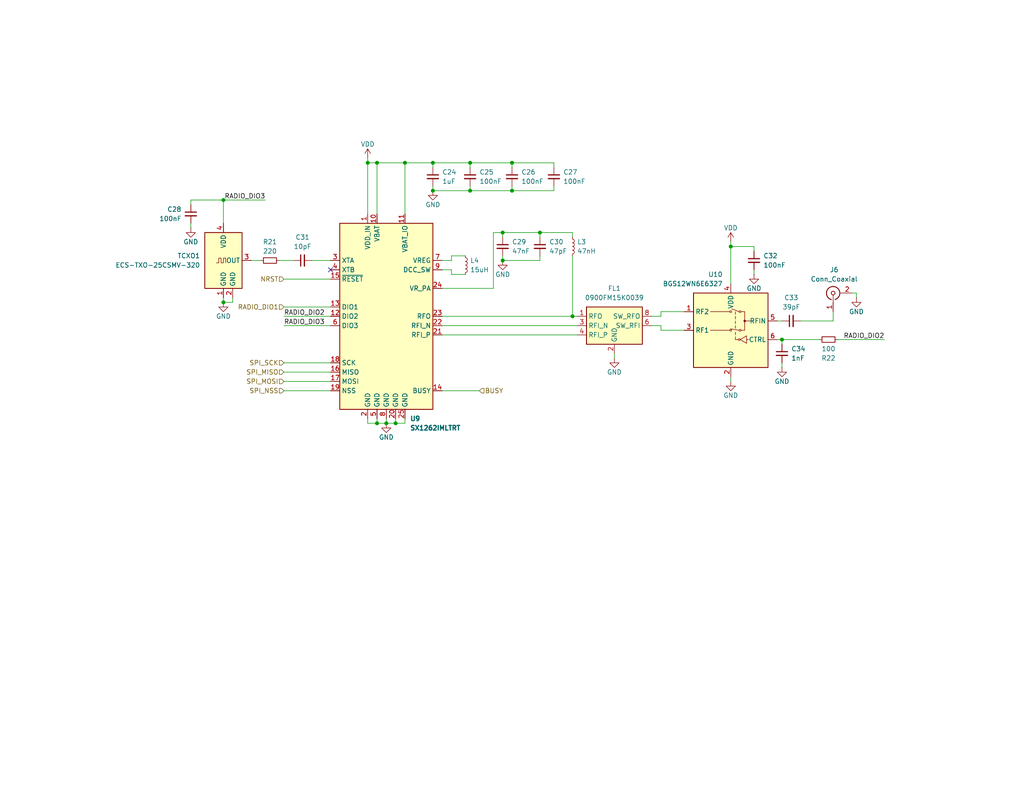
<source format=kicad_sch>
(kicad_sch (version 20231120) (generator "eeschema") (generator_version "8.0")
  (paper "USLetter")
  (title_block (date "2024-09-06"))
  (lib_symbols
    (symbol "BPP_Lib:ECS-TXO-25CSMV-320"
      (property "Reference" "REF" (at 0 25.4 0))
      (property "Value" "ECS-TXO-25CSMV-320" (at 1.016 21.59 0))
      (symbol "ECS-TXO-25CSMV-320_0_1"
        (rectangle (start -5.08 7.62) (end 5.08 -7.62) (stroke (width 0.254)) (fill (type background)))
        (polyline (pts (xy -1.905 -0.635) (xy -1.27 -0.635) (xy -1.27 0.635) (xy -0.635 0.635) (xy -0.635 -0.635) (xy 0 -0.635) (xy 0 0.635) (xy 0.635 0.635) (xy 0.635 -0.635)))
      )
      (symbol "ECS-TXO-25CSMV-320_1_1"
        (pin unspecified line (at 0 -10.16 90) (length 2.54) (name "GND") (number "1"))
        (pin unspecified line (at 2.54 -10.16 90) (length 2.54) (name "GND") (number "2"))
        (pin output line (at 7.62 0 180) (length 2.54) (name "OUT") (number "3"))
        (pin power_in line (at 0 10.16 270) (length 2.54) (name "VDD") (number "4"))
      )
    )
    (symbol "Connector:Conn_Coaxial" (pin_names (offset 1.016) hide)
      (property "Reference" "J" (at 0.254 3.048 0))
      (property "Value" "Conn_Coaxial" (at 2.921 0 90))
      (symbol "Conn_Coaxial_0_1"
        (arc (start -1.778 -0.508) (mid 0.2311 -1.8066) (end 1.778 0) (stroke (width 0.254)))
        (polyline (pts (xy -2.54 0) (xy -0.508 0)))
        (polyline (pts (xy 0 -2.54) (xy 0 -1.778)))
        (circle (center 0 0) (radius 0.508) (stroke (width 0.2032)))
        (arc (start 1.778 0) (mid 0.2099 1.8101) (end -1.778 0.508) (stroke (width 0.254)))
      )
      (symbol "Conn_Coaxial_1_1"
        (pin passive line (at -5.08 0 0) (length 2.54) (name "In") (number "1"))
        (pin passive line (at 0 -5.08 90) (length 2.54) (name "Ext") (number "2"))
      )
    )
    (symbol "Device:C_Small" (pin_numbers hide) (pin_names (offset 0.254) hide)
      (property "Reference" "C" (at 0.254 1.778 0))
      (property "Value" "C_Small" (at 0.254 -2.032 0))
      (symbol "C_Small_0_1"
        (polyline (pts (xy -1.524 -0.508) (xy 1.524 -0.508)) (stroke (width 0.3302)))
        (polyline (pts (xy -1.524 0.508) (xy 1.524 0.508)) (stroke (width 0.3048)))
      )
      (symbol "C_Small_1_1"
        (pin passive line (at 0 2.54 270) (length 2.032) (name "~") (number "1"))
        (pin passive line (at 0 -2.54 90) (length 2.032) (name "~") (number "2"))
      )
    )
    (symbol "Device:L_Small" (pin_numbers hide) (pin_names (offset 0.254) hide)
      (property "Reference" "L" (at 0.762 1.016 0))
      (property "Value" "L_Small" (at 0.762 -1.016 0))
      (symbol "L_Small_0_1"
        (arc (start 0 -2.032) (mid 0.5058 -1.524) (end 0 -1.016))
        (arc (start 0 -1.016) (mid 0.5058 -0.508) (end 0 0))
        (arc (start 0 0) (mid 0.5058 0.508) (end 0 1.016))
        (arc (start 0 1.016) (mid 0.5058 1.524) (end 0 2.032))
      )
      (symbol "L_Small_1_1"
        (pin passive line (at 0 2.54 270) (length 0.508) (name "~") (number "1"))
        (pin passive line (at 0 -2.54 90) (length 0.508) (name "~") (number "2"))
      )
    )
    (symbol "Device:R_Small" (pin_numbers hide) (pin_names (offset 0.254) hide)
      (property "Reference" "R" (at 0.762 0.508 0))
      (property "Value" "R_Small" (at 0.762 -1.016 0))
      (symbol "R_Small_0_1"
        (rectangle (start -0.762 1.778) (end 0.762 -1.778) (stroke (width 0.2032)))
      )
      (symbol "R_Small_1_1"
        (pin passive line (at 0 2.54 270) (length 0.762) (name "~") (number "1"))
        (pin passive line (at 0 -2.54 90) (length 0.762) (name "~") (number "2"))
      )
    )
    (symbol "Filter:0900FM15K0039"
      (property "Reference" "FL" (at -6.35 -6.35 0))
      (property "Value" "0900FM15K0039" (at 0 6.35 0))
      (symbol "0900FM15K0039_0_0"
        (pin passive line (at -10.16 2.54 0) (length 2.54) (name "RFO") (number "1"))
        (pin passive line (at 0 -7.62 90) (length 2.54) hide (name "GND") (number "10"))
        (pin power_in line (at 0 -7.62 90) (length 2.54) (name "GND") (number "2"))
        (pin passive line (at -10.16 0 0) (length 2.54) (name "RFI_N") (number "3"))
        (pin passive line (at -10.16 -2.54 0) (length 2.54) (name "RFI_P") (number "4"))
        (pin passive line (at 0 -7.62 90) (length 2.54) hide (name "GND") (number "5"))
        (pin passive line (at 10.16 0 180) (length 2.54) (name "SW_RFI") (number "6"))
        (pin passive line (at 0 -7.62 90) (length 2.54) hide (name "GND") (number "7"))
        (pin passive line (at 10.16 2.54 180) (length 2.54) (name "SW_RFO") (number "8"))
        (pin passive line (at 0 -7.62 90) (length 2.54) hide (name "GND") (number "9"))
      )
      (symbol "0900FM15K0039_0_1"
        (rectangle (start -7.62 5.08) (end 7.62 -5.08) (stroke (width 0.254)) (fill (type background)))
      )
    )
    (symbol "RF:SX1262IMLTRT"
      (property "Reference" "U9" (at 2.1941 -27.94 0))
      (property "Value" "SX1262IMLTRT" (at 2.1941 -30.48 0))
      (symbol "SX1262IMLTRT_0_1"
        (rectangle (start -12.7 25.4) (end 12.7 -25.4) (stroke (width 0.254)) (fill (type background)))
      )
      (symbol "SX1262IMLTRT_1_1"
        (pin power_in line (at -5.08 27.94 270) (length 2.54) (name "VDD_IN") (number "1"))
        (pin power_in line (at -2.54 27.94 270) (length 2.54) (name "VBAT") (number "10"))
        (pin power_in line (at 5.08 27.94 270) (length 2.54) (name "VBAT_IO") (number "11"))
        (pin bidirectional line (at -15.24 0 0) (length 2.54) (name "DIO2") (number "12"))
        (pin bidirectional line (at -15.24 2.54 0) (length 2.54) (name "DIO1") (number "13"))
        (pin output line (at 15.24 -20.32 180) (length 2.54) (name "BUSY") (number "14"))
        (pin input line (at -15.24 10.16 0) (length 2.54) (name "~{RESET}") (number "15"))
        (pin tri_state line (at -15.24 -15.24 0) (length 2.54) (name "MISO") (number "16"))
        (pin input line (at -15.24 -17.78 0) (length 2.54) (name "MOSI") (number "17"))
        (pin input line (at -15.24 -12.7 0) (length 2.54) (name "SCK") (number "18"))
        (pin input line (at -15.24 -20.32 0) (length 2.54) (name "NSS") (number "19"))
        (pin power_in line (at -5.08 -27.94 90) (length 2.54) (name "GND") (number "2"))
        (pin passive line (at 2.54 -27.94 90) (length 2.54) (name "GND") (number "20"))
        (pin input line (at 15.24 -5.08 180) (length 2.54) (name "RFI_P") (number "21"))
        (pin input line (at 15.24 -2.54 180) (length 2.54) (name "RFI_N") (number "22"))
        (pin output line (at 15.24 0 180) (length 2.54) (name "RFO") (number "23"))
        (pin power_out line (at 15.24 7.62 180) (length 2.54) (name "VR_PA") (number "24"))
        (pin passive line (at 5.08 -27.94 90) (length 2.54) (name "GND") (number "25"))
        (pin bidirectional line (at -15.24 15.24 0) (length 2.54) (name "XTA") (number "3"))
        (pin bidirectional line (at -15.24 12.7 0) (length 2.54) (name "XTB") (number "4"))
        (pin passive line (at -2.54 -27.94 90) (length 2.54) (name "GND") (number "5"))
        (pin bidirectional line (at -15.24 -2.54 0) (length 2.54) (name "DIO3") (number "6"))
        (pin power_out line (at 15.24 15.24 180) (length 2.54) (name "VREG") (number "7"))
        (pin passive line (at 0 -27.94 90) (length 2.54) (name "GND") (number "8"))
        (pin power_out line (at 15.24 12.7 180) (length 2.54) (name "DCC_SW") (number "9"))
      )
    )
    (symbol "RF_Switch:BGS12WN6E6327"
      (property "Reference" "U" (at -10.16 11.43 0))
      (property "Value" "BGS12WN6E6327" (at 1.27 11.43 0))
      (symbol "BGS12WN6E6327_0_0"
        (rectangle (start -10.16 10.16) (end 10.16 -10.16) (stroke (width 0.254)) (fill (type background)))
        (circle (center -3.81 2.54) (radius 0.254) (fill (type outline)))
        (circle (center -2.286 -2.54) (radius 0.254))
        (polyline (pts (xy -4.318 -2.54) (xy -4.826 -2.54)))
        (polyline (pts (xy -3.81 2.54) (xy -5.588 2.54)))
        (polyline (pts (xy -1.27 -2.54) (xy -2.032 -2.54)))
        (polyline (pts (xy -1.27 -2.54) (xy -1.27 -1.778)))
        (polyline (pts (xy -1.27 -1.27) (xy -1.27 -0.508)))
        (polyline (pts (xy -1.27 1.27) (xy -1.27 0.508)))
        (polyline (pts (xy -1.27 2.54) (xy -1.27 1.778)))
        (polyline (pts (xy -1.27 3.81) (xy -1.27 3.048)))
        (polyline (pts (xy -1.27 5.08) (xy -1.27 4.318)))
        (polyline (pts (xy 0.254 0) (xy 5.588 0)))
        (polyline (pts (xy 0.254 5.08) (xy 5.588 5.08)))
        (polyline (pts (xy -4.318 -1.524) (xy -4.318 -3.556) (xy -2.54 -2.54) (xy -4.318 -1.524)))
        (polyline (pts (xy -2.794 0) (xy -3.81 0) (xy -3.81 5.08) (xy -2.794 5.08)))
      )
      (symbol "BGS12WN6E6327_0_1"
        (circle (center -2.54 0) (radius 0.254))
        (circle (center -2.54 5.08) (radius 0.254))
        (polyline (pts (xy -2.286 0) (xy 0.127 0.381)))
        (polyline (pts (xy -2.286 5.08) (xy -0.254 5.842)))
        (circle (center 0 0) (radius 0.254))
        (circle (center 0 5.08) (radius 0.254))
      )
      (symbol "BGS12WN6E6327_1_1"
        (pin passive line (at 12.7 5.08 180) (length 2.54) (name "RF2") (number "1"))
        (pin power_in line (at 0 -12.7 90) (length 2.54) (name "GND") (number "2"))
        (pin passive line (at 12.7 0 180) (length 2.54) (name "RF1") (number "3"))
        (pin power_in line (at 0 12.7 270) (length 2.54) (name "VDD") (number "4"))
        (pin passive line (at -12.7 2.54 0) (length 2.54) (name "RFIN") (number "5"))
        (pin input line (at -12.7 -2.54 0) (length 2.54) (name "CTRL") (number "6"))
      )
    )
    (symbol "power:GND" (power) (pin_numbers hide) (pin_names (offset 0) hide)
      (property "Value" "GND" (at 0 -3.81 0))
      (symbol "GND_0_1"
        (polyline (pts (xy 0 0) (xy 0 -1.27) (xy 1.27 -1.27) (xy 0 -2.54) (xy -1.27 -1.27) (xy 0 -1.27)))
      )
      (symbol "GND_1_1"
        (pin power_in line (at 0 0 270) (length 0) (name "~") (number "1"))
      )
    )
    (symbol "power:VDD" (power) (pin_numbers hide) (pin_names (offset 0) hide)
      (property "Value" "VDD" (at 0 3.556 0))
      (symbol "VDD_0_1"
        (polyline (pts (xy -0.762 1.27) (xy 0 2.54)))
        (polyline (pts (xy 0 0) (xy 0 2.54)))
        (polyline (pts (xy 0 2.54) (xy 0.762 1.27)))
      )
      (symbol "VDD_1_1"
        (pin power_in line (at 0 0 90) (length 0) (name "~") (number "1"))
      )
    )
  )
  (junction (at 156.21 86.36))
  (junction (at 139.7 44.45))
  (junction (at 100.33 44.45))
  (junction (at 118.11 44.45))
  (junction (at 107.95 115.57))
  (junction (at 102.87 44.45))
  (junction (at 137.16 71.12))
  (junction (at 199.39 67.31))
  (junction (at 60.96 54.61))
  (junction (at 102.87 115.57))
  (junction (at 105.41 115.57))
  (junction (at 60.96 82.55))
  (junction (at 213.36 92.71))
  (junction (at 139.7 52.07))
  (junction (at 128.27 52.07))
  (junction (at 110.49 44.45))
  (junction (at 147.32 63.5))
  (junction (at 137.16 63.5))
  (junction (at 128.27 44.45))
  (junction (at 118.11 52.07))
  (no_connect (at 90.17 73.66))
  (wire (pts (xy 120.65 106.68) (xy 130.81 106.68)))
  (wire (pts (xy 128.27 44.45) (xy 118.11 44.45)))
  (wire (pts (xy 213.36 93.98) (xy 213.36 92.71)))
  (wire (pts (xy 199.39 67.31) (xy 205.74 67.31)))
  (wire (pts (xy 180.34 88.9) (xy 180.34 90.17)))
  (wire (pts (xy 134.62 63.5) (xy 137.16 63.5)))
  (wire (pts (xy 85.09 71.12) (xy 90.17 71.12)))
  (wire (pts (xy 60.96 82.55) (xy 63.5 82.55)))
  (wire (pts (xy 186.69 85.09) (xy 180.34 85.09)))
  (wire (pts (xy 177.8 88.9) (xy 180.34 88.9)))
  (wire (pts (xy 118.11 52.07) (xy 128.27 52.07)))
  (wire (pts (xy 123.19 74.93) (xy 123.19 73.66)))
  (wire (pts (xy 52.07 60.96) (xy 52.07 62.23)))
  (wire (pts (xy 60.96 81.28) (xy 60.96 82.55)))
  (wire (pts (xy 100.33 114.3) (xy 100.33 115.57)))
  (wire (pts (xy 232.41 80.01) (xy 233.68 80.01)))
  (wire (pts (xy 212.09 87.63) (xy 213.36 87.63)))
  (wire (pts (xy 147.32 63.5) (xy 147.32 64.77)))
  (wire (pts (xy 156.21 69.85) (xy 156.21 86.36)))
  (wire (pts (xy 128.27 52.07) (xy 139.7 52.07)))
  (wire (pts (xy 77.47 86.36) (xy 90.17 86.36)))
  (wire (pts (xy 77.47 83.82) (xy 90.17 83.82)))
  (wire (pts (xy 118.11 45.72) (xy 118.11 44.45)))
  (wire (pts (xy 137.16 69.85) (xy 137.16 71.12)))
  (wire (pts (xy 60.96 54.61) (xy 72.39 54.61)))
  (wire (pts (xy 137.16 63.5) (xy 137.16 64.77)))
  (wire (pts (xy 180.34 86.36) (xy 180.34 85.09)))
  (wire (pts (xy 127 74.93) (xy 123.19 74.93)))
  (wire (pts (xy 120.65 88.9) (xy 157.48 88.9)))
  (wire (pts (xy 120.65 91.44) (xy 157.48 91.44)))
  (wire (pts (xy 233.68 80.01) (xy 233.68 81.28)))
  (wire (pts (xy 102.87 115.57) (xy 105.41 115.57)))
  (wire (pts (xy 205.74 73.66) (xy 205.74 74.93)))
  (wire (pts (xy 139.7 52.07) (xy 151.13 52.07)))
  (wire (pts (xy 147.32 71.12) (xy 137.16 71.12)))
  (wire (pts (xy 102.87 44.45) (xy 102.87 58.42)))
  (wire (pts (xy 180.34 90.17) (xy 186.69 90.17)))
  (wire (pts (xy 199.39 102.87) (xy 199.39 104.14)))
  (wire (pts (xy 205.74 68.58) (xy 205.74 67.31)))
  (wire (pts (xy 100.33 115.57) (xy 102.87 115.57)))
  (wire (pts (xy 105.41 114.3) (xy 105.41 115.57)))
  (wire (pts (xy 127 69.85) (xy 123.19 69.85)))
  (wire (pts (xy 102.87 114.3) (xy 102.87 115.57)))
  (wire (pts (xy 199.39 67.31) (xy 199.39 77.47)))
  (wire (pts (xy 123.19 71.12) (xy 120.65 71.12)))
  (wire (pts (xy 228.6 92.71) (xy 241.3 92.71)))
  (wire (pts (xy 60.96 54.61) (xy 52.07 54.61)))
  (wire (pts (xy 199.39 66.04) (xy 199.39 67.31)))
  (wire (pts (xy 63.5 82.55) (xy 63.5 81.28)))
  (wire (pts (xy 77.47 106.68) (xy 90.17 106.68)))
  (wire (pts (xy 120.65 86.36) (xy 156.21 86.36)))
  (wire (pts (xy 100.33 43.18) (xy 100.33 44.45)))
  (wire (pts (xy 213.36 92.71) (xy 212.09 92.71)))
  (wire (pts (xy 100.33 44.45) (xy 100.33 58.42)))
  (wire (pts (xy 128.27 44.45) (xy 128.27 45.72)))
  (wire (pts (xy 134.62 63.5) (xy 134.62 78.74)))
  (wire (pts (xy 147.32 63.5) (xy 156.21 63.5)))
  (wire (pts (xy 52.07 54.61) (xy 52.07 55.88)))
  (wire (pts (xy 110.49 44.45) (xy 110.49 58.42)))
  (wire (pts (xy 77.47 76.2) (xy 90.17 76.2)))
  (wire (pts (xy 137.16 63.5) (xy 147.32 63.5)))
  (wire (pts (xy 68.58 71.12) (xy 71.12 71.12)))
  (wire (pts (xy 60.96 60.96) (xy 60.96 54.61)))
  (wire (pts (xy 77.47 101.6) (xy 90.17 101.6)))
  (wire (pts (xy 110.49 115.57) (xy 107.95 115.57)))
  (wire (pts (xy 77.47 88.9) (xy 90.17 88.9)))
  (wire (pts (xy 120.65 73.66) (xy 123.19 73.66)))
  (wire (pts (xy 139.7 44.45) (xy 128.27 44.45)))
  (wire (pts (xy 151.13 44.45) (xy 139.7 44.45)))
  (wire (pts (xy 110.49 44.45) (xy 118.11 44.45)))
  (wire (pts (xy 218.44 87.63) (xy 227.33 87.63)))
  (wire (pts (xy 139.7 52.07) (xy 139.7 50.8)))
  (wire (pts (xy 77.47 104.14) (xy 90.17 104.14)))
  (wire (pts (xy 167.64 96.52) (xy 167.64 97.79)))
  (wire (pts (xy 151.13 45.72) (xy 151.13 44.45)))
  (wire (pts (xy 107.95 115.57) (xy 105.41 115.57)))
  (wire (pts (xy 227.33 87.63) (xy 227.33 85.09)))
  (wire (pts (xy 118.11 50.8) (xy 118.11 52.07)))
  (wire (pts (xy 100.33 44.45) (xy 102.87 44.45)))
  (wire (pts (xy 110.49 114.3) (xy 110.49 115.57)))
  (wire (pts (xy 102.87 44.45) (xy 110.49 44.45)))
  (wire (pts (xy 134.62 78.74) (xy 120.65 78.74)))
  (wire (pts (xy 123.19 69.85) (xy 123.19 71.12)))
  (wire (pts (xy 128.27 52.07) (xy 128.27 50.8)))
  (wire (pts (xy 139.7 44.45) (xy 139.7 45.72)))
  (wire (pts (xy 177.8 86.36) (xy 180.34 86.36)))
  (wire (pts (xy 151.13 52.07) (xy 151.13 50.8)))
  (wire (pts (xy 107.95 114.3) (xy 107.95 115.57)))
  (wire (pts (xy 147.32 69.85) (xy 147.32 71.12)))
  (wire (pts (xy 156.21 63.5) (xy 156.21 64.77)))
  (wire (pts (xy 213.36 92.71) (xy 223.52 92.71)))
  (wire (pts (xy 77.47 99.06) (xy 90.17 99.06)))
  (wire (pts (xy 213.36 100.33) (xy 213.36 99.06)))
  (wire (pts (xy 76.2 71.12) (xy 80.01 71.12)))
  (wire (pts (xy 156.21 86.36) (xy 157.48 86.36)))
  (label "RADIO_DIO3" (at 72.39 54.61 180))
  (label "RADIO_DIO2" (at 77.47 86.36 0))
  (label "RADIO_DIO3" (at 77.47 88.9 0))
  (label "RADIO_DIO2" (at 241.3 92.71 180))
  (hierarchical_label "SPI_NSS" (shape input) (at 77.47 106.68 180))
  (hierarchical_label "NRST" (shape input) (at 77.47 76.2 180))
  (hierarchical_label "SPI_SCK" (shape input) (at 77.47 99.06 180))
  (hierarchical_label "BUSY" (shape input) (at 130.81 106.68 0))
  (hierarchical_label "SPI_MOSI" (shape input) (at 77.47 104.14 180))
  (hierarchical_label "SPI_MISO" (shape input) (at 77.47 101.6 180))
  (hierarchical_label "RADIO_DIO1" (shape input) (at 77.47 83.82 180))
  (symbol (lib_id "power:VDD") (at 199.39 66.04 0) (unit 1)
    (property "Reference" "#PWR057" (effects (hide yes)))
    (property "Value" "VDD" (at 199.39 62.23 0))
    (property "Description" "Power symbol creates a global label with name \"VDD\"" (effects (hide yes)))
  )
  (symbol (lib_id "power:GND") (at 233.68 81.28 0) (unit 1)
    (property "Reference" "#PWR060" (effects (hide yes)))
    (property "Value" "GND" (at 233.68 85.09 0))
    (property "Description" "Power symbol creates a global label with name \"GND\" , ground" (effects (hide yes)))
  )
  (symbol (lib_id "power:GND") (at 60.96 82.55 0) (unit 1)
    (property "Reference" "#PWR061" (effects (hide yes)))
    (property "Value" "GND" (at 60.96 86.36 0))
    (property "Description" "Power symbol creates a global label with name \"GND\" , ground" (effects (hide yes)))
  )
  (symbol (lib_id "power:GND") (at 213.36 100.33 0) (unit 1)
    (property "Reference" "#PWR063" (effects (hide yes)))
    (property "Value" "GND" (at 213.36 104.14 0))
    (property "Description" "Power symbol creates a global label with name \"GND\" , ground" (effects (hide yes)))
  )
  (symbol (lib_id "Device:C_Small") (at 118.11 48.26 0) (unit 1)
    (property "Reference" "C24" (at 120.65 46.9962 0) (effects (justify left)))
    (property "Value" "1uF" (at 120.65 49.5362 0) (effects (justify left)))
    (property "Footprint" "Capacitor_SMD:C_0603_1608Metric" (effects (hide yes)))
    (property "Description" "Unpolarized capacitor, small symbol" (effects (hide yes)))
  )
  (symbol (lib_id "Device:C_Small") (at 213.36 96.52 0) (unit 1)
    (property "Reference" "C34" (at 215.9 95.2562 0) (effects (justify left)))
    (property "Value" "1nF" (at 215.9 97.7962 0) (effects (justify left)))
    (property "Footprint" "Capacitor_SMD:C_0402_1005Metric" (effects (hide yes)))
    (property "Description" "Unpolarized capacitor, small symbol" (effects (hide yes)))
  )
  (symbol (lib_id "RF:SX1262IMLTRT") (at 105.41 86.36 0) (unit 1)
    (property "Reference" "U9" (at 111.76 114.3 0) (effects (font (bold yes)) (justify left)))
    (property "Value" "SX1262IMLTRT" (at 111.76 116.84 0) (effects (font (bold yes)) (justify left)))
    (property "Footprint" "Package_DFN_QFN:QFN-24-1EP_4x4mm_P0.5mm_EP2.6x2.6mm" (effects (hide yes)))
    (property "Datasheet" "https://semtech.file.force.com/sfc/dist/version/download/?oid=00DE0000000JelG&ids=0682R00000IjPWSQA3&d=%2Fa%2F2R000000Un7F%2FyT.fKdAr9ZAo3cJLc4F2cBdUsMftpT2vsOICP7NmvMo" (effects (hide yes)))
    (property "Description" "150 MHz to 960 MHz Low Power Long Range Transceiver, 22dBm output power, spreading factor from 5 to 12, LoRA, QFN-24" (effects (hide yes)))
  )
  (symbol (lib_id "Device:C_Small") (at 151.13 48.26 0) (unit 1)
    (property "Reference" "C27" (at 153.67 46.9962 0) (effects (justify left)))
    (property "Value" "100nF" (at 153.67 49.5362 0) (effects (justify left)))
    (property "Footprint" "Capacitor_SMD:C_0402_1005Metric" (effects (hide yes)))
    (property "Description" "Unpolarized capacitor, small symbol" (effects (hide yes)))
  )
  (symbol (lib_id "power:GND") (at 167.64 97.79 0) (unit 1)
    (property "Reference" "#PWR062" (effects (hide yes)))
    (property "Value" "GND" (at 167.64 101.6 0))
    (property "Description" "Power symbol creates a global label with name \"GND\" , ground" (effects (hide yes)))
  )
  (symbol (lib_id "Device:C_Small") (at 52.07 58.42 0) (unit 1)
    (property "Reference" "C28" (at 49.53 57.1562 0) (effects (justify right)))
    (property "Value" "100nF" (at 49.53 59.6962 0) (effects (justify right)))
    (property "Footprint" "Capacitor_SMD:C_0402_1005Metric" (effects (hide yes)))
    (property "Description" "Unpolarized capacitor, small symbol" (effects (hide yes)))
  )
  (symbol (lib_id "Device:C_Small") (at 215.9 87.63 90) (unit 1)
    (property "Reference" "C33" (at 215.9063 81.28 90))
    (property "Value" "39pF" (at 215.9063 83.82 90))
    (property "Footprint" "Capacitor_SMD:C_0402_1005Metric" (effects (hide yes)))
    (property "Description" "Unpolarized capacitor, small symbol" (effects (hide yes)))
  )
  (symbol (lib_id "Device:R_Small") (at 73.66 71.12 90) (unit 1)
    (property "Reference" "R21" (at 73.66 66.04 90))
    (property "Value" "220" (at 73.66 68.58 90))
    (property "Footprint" "Resistor_SMD:R_0402_1005Metric" (effects (hide yes)))
    (property "Description" "Resistor, small symbol" (effects (hide yes)))
  )
  (symbol (lib_id "Device:C_Small") (at 139.7 48.26 0) (unit 1)
    (property "Reference" "C26" (at 142.24 46.9962 0) (effects (justify left)))
    (property "Value" "100nF" (at 142.24 49.5362 0) (effects (justify left)))
    (property "Footprint" "Capacitor_SMD:C_0402_1005Metric" (effects (hide yes)))
    (property "Description" "Unpolarized capacitor, small symbol" (effects (hide yes)))
  )
  (symbol (lib_id "Device:C_Small") (at 147.32 67.31 0) (unit 1)
    (property "Reference" "C30" (at 149.86 66.0462 0) (effects (justify left)))
    (property "Value" "47pF" (at 149.86 68.5862 0) (effects (justify left)))
    (property "Footprint" "Capacitor_SMD:C_0402_1005Metric" (effects (hide yes)))
    (property "Description" "Unpolarized capacitor, small symbol" (effects (hide yes)))
  )
  (symbol (lib_id "power:VDD") (at 100.33 43.18 0) (unit 1)
    (property "Reference" "#PWR054" (effects (hide yes)))
    (property "Value" "VDD" (at 100.33 39.37 0))
    (property "Description" "Power symbol creates a global label with name \"VDD\"" (effects (hide yes)))
  )
  (symbol (lib_id "Device:C_Small") (at 205.74 71.12 0) (unit 1)
    (property "Reference" "C32" (at 208.28 69.8562 0) (effects (justify left)))
    (property "Value" "100nF" (at 208.28 72.3962 0) (effects (justify left)))
    (property "Footprint" "Capacitor_SMD:C_0402_1005Metric" (effects (hide yes)))
    (property "Description" "Unpolarized capacitor, small symbol" (effects (hide yes)))
  )
  (symbol (lib_id "Device:C_Small") (at 82.55 71.12 90) (unit 1)
    (property "Reference" "C31" (at 82.5563 64.77 90))
    (property "Value" "10pF" (at 82.5563 67.31 90))
    (property "Footprint" "Capacitor_SMD:C_0402_1005Metric" (effects (hide yes)))
    (property "Description" "Unpolarized capacitor, small symbol" (effects (hide yes)))
  )
  (symbol (lib_id "Filter:0900FM15K0039") (at 167.64 88.9 0) (unit 1)
    (property "Reference" "FL1" (at 167.64 78.74 0))
    (property "Value" "0900FM15K0039" (at 167.64 81.28 0))
    (property "Footprint" "RF_Converter:Balun_Johanson_0900FM15K0039" (effects (hide yes)))
    (property "Datasheet" "https://www.johansontechnology.com/datasheets/0900FM15K0039/0900FM15K0039.pdf" (effects (hide yes)))
    (property "Description" "868MHz/915MHz Sub-GHz Impedance Matched Filter integrated passive for Semtech SX1261, SX1262, LLCC68" (effects (hide yes)))
  )
  (symbol (lib_id "BPP_Lib:ECS-TXO-25CSMV-320") (at 60.96 71.12 0) (unit 1)
    (property "Reference" "TCXO1" (at 54.61 69.8499 0) (effects (justify right)))
    (property "Value" "ECS-TXO-25CSMV-320" (at 54.61 72.3899 0) (effects (justify right)))
    (property "Footprint" "Crystal:Crystal_SMD_2520-4Pin_2.5x2.0mm" (effects (hide yes)))
    (property "Description" "TCXO" (effects (hide yes)))
  )
  (symbol (lib_id "RF_Switch:BGS12WN6E6327") (at 199.39 90.17 0) (mirror y) (unit 1)
    (property "Reference" "U10" (at 197.1959 74.93 0) (effects (justify left)))
    (property "Value" "BGS12WN6E6327" (at 197.1959 77.47 0) (effects (justify left)))
    (property "Footprint" "Package_LGA:Infineon_PG-TSNP-6-10_0.7x1.1mm_0.7x1.1mm_P0.4mm" (effects (hide yes)))
    (property "Datasheet" "https://www.infineon.com/dgdl/Infineon-BGS12WN6-DataSheet-v02_05-EN.pdf?fileId=5546d4626b2d8e69016b89d2b3334727" (effects (hide yes)))
    (property "Description" "SPDT DC-9GHz switch, 45dB isolation at 960MHz, PG-TSNP-6-10" (effects (hide yes)))
  )
  (symbol (lib_id "power:GND") (at 105.41 115.57 0) (unit 1)
    (property "Reference" "#PWR065" (effects (hide yes)))
    (property "Value" "GND" (at 105.41 119.38 0))
    (property "Description" "Power symbol creates a global label with name \"GND\" , ground" (effects (hide yes)))
  )
  (symbol (lib_id "Device:C_Small") (at 128.27 48.26 0) (unit 1)
    (property "Reference" "C25" (at 130.81 46.9962 0) (effects (justify left)))
    (property "Value" "100nF" (at 130.81 49.5362 0) (effects (justify left)))
    (property "Footprint" "Capacitor_SMD:C_0402_1005Metric" (effects (hide yes)))
    (property "Description" "Unpolarized capacitor, small symbol" (effects (hide yes)))
  )
  (symbol (lib_id "Device:R_Small") (at 226.06 92.71 90) (mirror x) (unit 1)
    (property "Reference" "R22" (at 226.06 97.79 90))
    (property "Value" "100" (at 226.06 95.25 90))
    (property "Footprint" "Resistor_SMD:R_0402_1005Metric" (effects (hide yes)))
    (property "Description" "Resistor, small symbol" (effects (hide yes)))
  )
  (symbol (lib_id "power:GND") (at 199.39 104.14 0) (unit 1)
    (property "Reference" "#PWR064" (effects (hide yes)))
    (property "Value" "GND" (at 199.39 107.95 0))
    (property "Description" "Power symbol creates a global label with name \"GND\" , ground" (effects (hide yes)))
  )
  (symbol (lib_id "power:GND") (at 137.16 71.12 0) (unit 1)
    (property "Reference" "#PWR058" (effects (hide yes)))
    (property "Value" "GND" (at 137.16 74.93 0))
    (property "Description" "Power symbol creates a global label with name \"GND\" , ground" (effects (hide yes)))
  )
  (symbol (lib_id "power:GND") (at 52.07 62.23 0) (unit 1)
    (property "Reference" "#PWR056" (effects (hide yes)))
    (property "Value" "GND" (at 52.07 66.04 0))
    (property "Description" "Power symbol creates a global label with name \"GND\" , ground" (effects (hide yes)))
  )
  (symbol (lib_id "power:GND") (at 205.74 74.93 0) (unit 1)
    (property "Reference" "#PWR059" (effects (hide yes)))
    (property "Value" "GND" (at 205.74 78.74 0))
    (property "Description" "Power symbol creates a global label with name \"GND\" , ground" (effects (hide yes)))
  )
  (symbol (lib_id "Device:L_Small") (at 156.21 67.31 0) (unit 1)
    (property "Reference" "L3" (at 157.48 66.0399 0) (effects (justify left)))
    (property "Value" "47nH" (at 157.48 68.5799 0) (effects (justify left)))
    (property "Footprint" "Inductor_SMD:L_0402_1005Metric" (effects (hide yes)))
    (property "Description" "LQW15AN47NJ00D" (effects (hide yes)))
  )
  (symbol (lib_id "Device:C_Small") (at 137.16 67.31 0) (unit 1)
    (property "Reference" "C29" (at 139.7 66.0462 0) (effects (justify left)))
    (property "Value" "47nF" (at 139.7 68.5862 0) (effects (justify left)))
    (property "Footprint" "Capacitor_SMD:C_0402_1005Metric" (effects (hide yes)))
    (property "Description" "Unpolarized capacitor, small symbol" (effects (hide yes)))
  )
  (symbol (lib_id "power:GND") (at 118.11 52.07 0) (unit 1)
    (property "Reference" "#PWR055" (effects (hide yes)))
    (property "Value" "GND" (at 118.11 55.88 0))
    (property "Description" "Power symbol creates a global label with name \"GND\" , ground" (effects (hide yes)))
  )
  (symbol (lib_id "Device:L_Small") (at 127 72.39 0) (unit 1)
    (property "Reference" "L4" (at 128.27 71.1199 0) (effects (justify left)))
    (property "Value" "15uH" (at 128.27 73.6599 0) (effects (justify left)))
    (property "Footprint" "Inductor_SMD:L_0805_2012Metric" (effects (hide yes)))
    (property "Description" "Inductor, small symbol" (effects (hide yes)))
  )
  (symbol (lib_id "Connector:Conn_Coaxial") (at 227.33 80.01 90) (unit 1)
    (property "Reference" "J6" (at 227.6232 73.66 90))
    (property "Value" "Conn_Coaxial" (at 227.6232 76.2 90))
    (property "Footprint" "Connector_Coaxial:U.FL_Molex_MCRF_73412-0110_Vertical" (effects (hide yes)))
    (property "Datasheet" " ~" (effects (hide yes)))
    (property "Description" "coaxial connector (BNC, SMA, SMB, SMC, Cinch/RCA, LEMO, ...)" (effects (hide yes)))
  )
)
</source>
